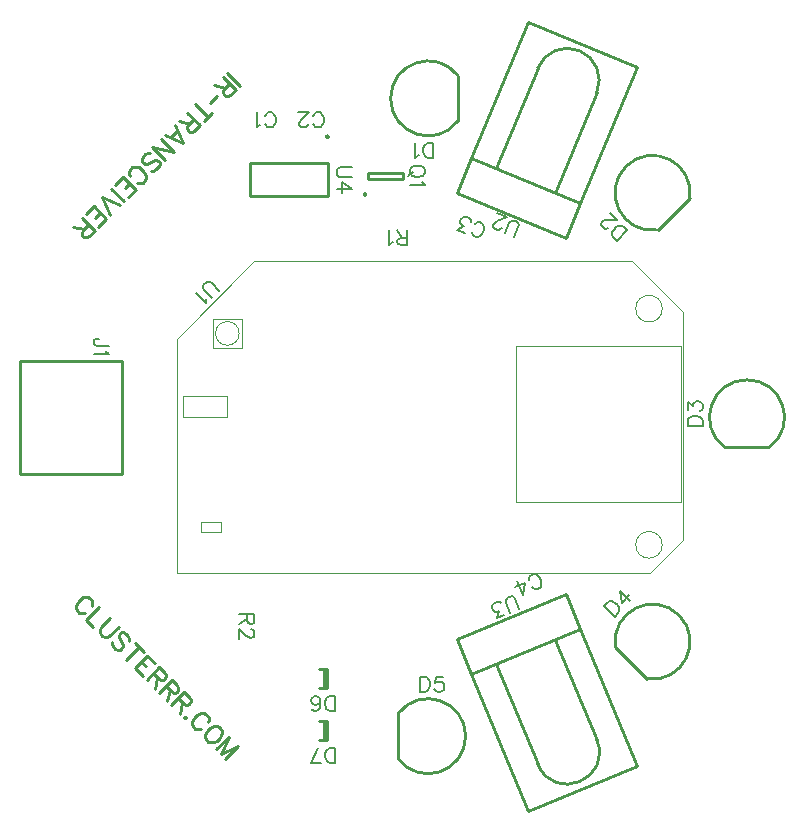
<source format=gbr>
G04 DipTrace 4.2.0.1*
G04 TopSilk.gbr*
%MOIN*%
G04 #@! TF.FileFunction,Legend,Top*
G04 #@! TF.Part,Single*
%ADD10C,0.009843*%
%ADD31C,0.003937*%
%ADD73C,0.00772*%
%ADD74C,0.009264*%
%FSLAX26Y26*%
G04*
G70*
G90*
G75*
G01*
G04 TopSilk*
%LPD*%
X1854953Y2881633D2*
D10*
Y2731756D1*
X1854728Y2881932D2*
G03X1854728Y2731457I-99796J-75238D01*
G01*
X2626686Y2474017D2*
X2520707Y2368039D1*
X2626739Y2474388D2*
G03X2520337Y2367986I-123767J17365D01*
G01*
X2892890Y1643709D2*
X2743013D1*
X2893189Y1643933D2*
G03X2742714Y1643933I-75238J99796D01*
G01*
X2485275Y871976D2*
X2379296Y977954D1*
X2485645Y871923D2*
G03X2379243Y978325I17365J123767D01*
G01*
X1654966Y605772D2*
Y755648D1*
X1655190Y605472D2*
G03X1655190Y755948I99796J75238D01*
G01*
X1416345Y842159D2*
X1392786D1*
X1416345Y905088D2*
X1392786D1*
X1408930D2*
Y842159D1*
X1416379Y905088D2*
Y842159D1*
X1416345Y668930D2*
X1392786D1*
X1416345Y731860D2*
X1392786D1*
X1408930D2*
Y668930D1*
X1416379Y731860D2*
Y668930D1*
X734734Y1932678D2*
X396151D1*
Y1554726D1*
X734734D1*
Y1932678D1*
G36*
X1552678Y2486858D2*
X1552613Y2485853D1*
X1552416Y2484865D1*
X1552092Y2483911D1*
X1551647Y2483007D1*
X1551087Y2482170D1*
X1550423Y2481412D1*
X1549665Y2480748D1*
X1548827Y2480188D1*
X1547924Y2479742D1*
X1546970Y2479419D1*
X1545982Y2479222D1*
X1544976Y2479156D1*
X1543971Y2479222D1*
X1542983Y2479419D1*
X1542029Y2479742D1*
X1541125Y2480188D1*
X1540288Y2480748D1*
X1539530Y2481412D1*
X1538866Y2482170D1*
X1538306Y2483007D1*
X1537861Y2483911D1*
X1537537Y2484865D1*
X1537340Y2485853D1*
X1537274Y2486858D1*
Y2486877D1*
X1537340Y2487882D1*
X1537537Y2488870D1*
X1537861Y2489824D1*
X1538306Y2490728D1*
X1538866Y2491565D1*
X1539530Y2492323D1*
X1540288Y2492987D1*
X1541125Y2493547D1*
X1542029Y2493992D1*
X1542983Y2494316D1*
X1543971Y2494513D1*
X1544976Y2494579D1*
X1545982Y2494513D1*
X1546970Y2494316D1*
X1547924Y2493992D1*
X1548827Y2493547D1*
X1549665Y2492987D1*
X1550423Y2492323D1*
X1551087Y2491565D1*
X1551647Y2490728D1*
X1552092Y2489824D1*
X1552416Y2488870D1*
X1552613Y2487882D1*
X1552678Y2486877D1*
Y2486858D1*
G37*
X1554177Y2537009D2*
D10*
X1672282D1*
Y2556694D1*
X1554177D1*
Y2537009D1*
X2436062Y2263387D2*
D31*
X1176219D1*
X2436062D2*
X2605353Y2094096D1*
X1176219Y2263387D2*
X916377Y2003545D1*
Y1224017D1*
X2495117D1*
X2605353Y1334253D1*
Y2094096D1*
X2446888Y2105907D2*
G02X2446888Y2105907I44291J0D01*
G01*
X1036455Y2072442D2*
Y1974017D1*
X1134881D1*
Y2072442D1*
X1036455D1*
X1046298Y2023230D2*
G02X1046298Y2023230I39370J0D01*
G01*
X997085Y1394293D2*
Y1360828D1*
X1064014D1*
Y1394293D1*
X997085D1*
X938030Y1813584D2*
Y1744686D1*
X1083699D1*
Y1813584D1*
X938030D1*
X2046298Y1979923D2*
Y1460238D1*
X2597479D1*
Y1979923D1*
X2046298D1*
X2446888Y1318505D2*
G02X2446888Y1318505I44291J0D01*
G01*
X2086822Y3062981D2*
D10*
X1898500Y2608313D1*
X2262234Y2457655D1*
X2450556Y2912323D1*
X2086822Y3062981D1*
X2317248Y2826914D2*
G03X2120696Y2908326I-98276J40706D01*
G01*
X1982158Y2573662D1*
X2317248Y2826914D2*
X2178575Y2492307D1*
X1898500Y2608313D2*
X1850289Y2491918D1*
X2214023Y2341261D1*
X2262234Y2457655D1*
X1898500Y2608313D1*
X2450561Y582963D2*
X2262228Y1037627D1*
X1898498Y886961D1*
X2086830Y432297D1*
X2450561Y582963D1*
X2120700Y586953D2*
G03X2317251Y668369I98275J40708D01*
G01*
X2178570Y1002973D1*
X2120700Y586953D2*
X1982156Y921614D1*
X2262228Y1037627D2*
X2214015Y1154020D1*
X1850285Y1003355D1*
X1898498Y886961D1*
X2262228Y1037627D1*
G36*
X1411571Y2679421D2*
X1411637Y2680427D1*
X1411833Y2681415D1*
X1412157Y2682369D1*
X1412603Y2683272D1*
X1413162Y2684110D1*
X1413827Y2684867D1*
X1414584Y2685532D1*
X1415422Y2686091D1*
X1416326Y2686537D1*
X1417280Y2686861D1*
X1418268Y2687057D1*
X1419273Y2687123D1*
X1420278Y2687057D1*
X1421266Y2686861D1*
X1422220Y2686537D1*
X1423124Y2686091D1*
X1423962Y2685532D1*
X1424719Y2684867D1*
X1425383Y2684110D1*
X1425943Y2683272D1*
X1426389Y2682369D1*
X1426713Y2681415D1*
X1426909Y2680427D1*
X1426975Y2679421D1*
Y2679395D1*
X1426909Y2678390D1*
X1426713Y2677402D1*
X1426389Y2676448D1*
X1425943Y2675544D1*
X1425383Y2674706D1*
X1424719Y2673949D1*
X1423962Y2673285D1*
X1423124Y2672725D1*
X1422220Y2672279D1*
X1421266Y2671955D1*
X1420278Y2671759D1*
X1419273Y2671693D1*
X1418268Y2671759D1*
X1417280Y2671955D1*
X1416326Y2672279D1*
X1415422Y2672725D1*
X1414584Y2673285D1*
X1413827Y2673949D1*
X1413162Y2674706D1*
X1412603Y2675544D1*
X1412157Y2676448D1*
X1411833Y2677402D1*
X1411637Y2678390D1*
X1411571Y2679395D1*
Y2679421D1*
G37*
X1420312Y2590159D2*
D10*
X1160482D1*
X1420312Y2479923D2*
X1160482D1*
Y2590159D2*
Y2479923D1*
X1420312Y2590159D2*
Y2479923D1*
X1127058Y2849305D2*
D74*
X1084428Y2891935D1*
X1093651Y2856511D2*
X1075407Y2838268D1*
X1071374Y2830108D1*
X1071327Y2826028D1*
X1073344Y2819978D1*
X1077424Y2815898D1*
X1083474Y2813881D1*
X1087601D1*
X1095714Y2817961D1*
X1113957Y2836204D1*
X1071327Y2878834D1*
X1079441Y2842301D2*
X1042907Y2850414D1*
X1051098Y2816022D2*
X1027649Y2792573D1*
X1021677Y2743924D2*
X979047Y2786554D1*
X1035887Y2758134D2*
X1007467Y2729714D1*
X974060Y2736920D2*
X955817Y2718677D1*
X951783Y2710517D1*
X951736Y2706437D1*
X953753Y2700387D1*
X957833Y2696307D1*
X963883Y2694290D1*
X968010D1*
X976123Y2698370D1*
X994367Y2716614D1*
X951736Y2759244D1*
X959850Y2722710D2*
X923316Y2730824D1*
X877716Y2685223D2*
X936619Y2658866D1*
X910216Y2717723D1*
X918329Y2697416D2*
X898022Y2677109D1*
X878825Y2601072D2*
X836195Y2643702D1*
X907245Y2629492D1*
X864615Y2672122D1*
X831208Y2565648D2*
X839321Y2565601D1*
X847434Y2569681D1*
X855548Y2577795D1*
X859628Y2585908D1*
Y2594068D1*
X855594Y2598101D1*
X849451Y2600118D1*
X845418D1*
X839368Y2598101D1*
X823094Y2589988D1*
X816998Y2587925D1*
X812918Y2587971D1*
X806868Y2589988D1*
X800771Y2596085D1*
Y2604151D1*
X804804Y2612311D1*
X812918Y2620425D1*
X821078Y2624458D1*
X829191Y2624505D1*
X783637Y2526144D2*
X789687Y2524127D1*
X797847D1*
X803897Y2526144D1*
X812010Y2534257D1*
X814074Y2540354D1*
X814027Y2548467D1*
X812057Y2554564D1*
X807977Y2562677D1*
X797800Y2572854D1*
X789734Y2576887D1*
X783590Y2578904D1*
X775524D1*
X769380Y2576887D1*
X761267Y2568774D1*
X759297Y2562677D1*
X759250Y2554564D1*
X761314Y2548467D1*
X754310Y2476557D2*
X780666Y2502913D1*
X738036Y2545544D1*
X711680Y2519187D1*
X760360Y2523220D2*
X744133Y2506994D1*
X741209Y2463456D2*
X698579Y2506086D1*
X728109Y2450356D2*
X669252Y2476759D1*
X695655Y2417902D1*
X656198Y2378445D2*
X682555Y2404802D1*
X639925Y2447432D1*
X613568Y2421075D1*
X662248Y2425109D2*
X646021Y2408882D1*
X622791Y2385651D2*
X604548Y2367408D1*
X600514Y2359248D1*
X600468Y2355168D1*
X602484Y2349118D1*
X606564Y2345038D1*
X612614Y2343021D1*
X616741D1*
X624854Y2347101D1*
X643098Y2365345D1*
X600468Y2407975D1*
X608581Y2371441D2*
X572047Y2379555D1*
X634230Y1114604D2*
X636247Y1120654D1*
Y1128814D1*
X634230Y1134864D1*
X626117Y1142977D1*
X620020Y1145041D1*
X611907Y1144994D1*
X605810Y1143024D1*
X597697Y1138944D1*
X587520Y1128767D1*
X583487Y1120701D1*
X581470Y1114557D1*
Y1106491D1*
X583487Y1100347D1*
X591600Y1092234D1*
X597697Y1090264D1*
X605810Y1090217D1*
X611907Y1092281D1*
X657461Y1111634D2*
X614831Y1069004D1*
X639170Y1044664D1*
X694901Y1074193D2*
X664464Y1043756D1*
X660384Y1035643D1*
X660431Y1027530D1*
X664464Y1019370D1*
X668498Y1015336D1*
X676658Y1011303D1*
X684771Y1011256D1*
X692885Y1015336D1*
X723321Y1045773D1*
X758745Y998156D2*
X758792Y1006269D1*
X754712Y1014382D1*
X746599Y1022496D1*
X738485Y1026576D1*
X730325D1*
X726292Y1022542D1*
X724275Y1016399D1*
Y1012366D1*
X726292Y1006316D1*
X734405Y990042D1*
X736469Y983946D1*
X736422Y979865D1*
X734405Y973816D1*
X728309Y967719D1*
X720242D1*
X712082Y971752D1*
X703969Y979865D1*
X699935Y988026D1*
X699888Y996139D1*
X792153Y976942D2*
X749522Y934312D1*
X777942Y991152D2*
X806363Y962732D1*
X845820Y923274D2*
X819463Y949631D1*
X776833Y907001D1*
X803190Y880644D1*
X799156Y929324D2*
X815383Y913098D1*
X838614Y889867D2*
X856857Y871624D1*
X865017Y867591D1*
X869097Y867544D1*
X875147Y869560D1*
X879227Y873640D1*
X881244Y879690D1*
Y883817D1*
X877164Y891931D1*
X858920Y910174D1*
X816290Y867544D1*
X852824Y875657D2*
X844710Y839124D1*
X880134Y848346D2*
X898378Y830103D1*
X906538Y826070D1*
X910618Y826023D1*
X916668Y828040D1*
X920748Y832120D1*
X922764Y838170D1*
Y842297D1*
X918684Y850410D1*
X900441Y868653D1*
X857811Y826023D1*
X894344Y834136D2*
X886231Y797603D1*
X921655Y806826D2*
X939898Y788583D1*
X948058Y784549D1*
X952138Y784502D1*
X958188Y786519D1*
X962268Y790599D1*
X964285Y796649D1*
Y800776D1*
X960205Y808889D1*
X941962Y827132D1*
X899332Y784502D1*
X935865Y792616D2*
X927752Y756082D1*
X946949Y745045D2*
X942869Y744998D1*
Y740965D1*
X946949Y740918D1*
Y745045D1*
X1020970Y727865D2*
X1022986Y733914D1*
Y742075D1*
X1020970Y748124D1*
X1012857Y756238D1*
X1006760Y758301D1*
X998646Y758254D1*
X992550Y756285D1*
X984436Y752204D1*
X974260Y742028D1*
X970226Y733961D1*
X968210Y727818D1*
Y719751D1*
X970226Y713608D1*
X978340Y705494D1*
X984436Y703525D1*
X992550Y703478D1*
X998646Y705541D1*
X1056394Y712700D2*
X1050297Y714764D1*
X1042184Y714717D1*
X1036087Y712747D1*
X1027974Y708667D1*
X1017797Y698490D1*
X1013764Y690424D1*
X1011747Y684280D1*
Y676214D1*
X1013764Y670070D1*
X1021877Y661957D1*
X1027974Y659987D1*
X1036087Y659940D1*
X1042184Y662004D1*
X1050250Y666037D1*
X1060427Y676214D1*
X1064507Y684327D1*
X1066524Y690377D1*
Y698537D1*
X1064507Y704587D1*
X1056394Y712700D1*
X1079577Y604257D2*
X1122208Y646887D1*
X1063351Y620483D1*
X1089754Y679340D1*
X1047124Y636710D1*
X1211371Y2721787D2*
D73*
X1213747Y2717034D1*
X1218556Y2712226D1*
X1223309Y2709849D1*
X1232870D1*
X1237679Y2712226D1*
X1242432Y2717034D1*
X1244864Y2721787D1*
X1247241Y2728972D1*
Y2740966D1*
X1244864Y2748096D1*
X1242432Y2752904D1*
X1237679Y2757657D1*
X1232870Y2760089D1*
X1223309D1*
X1218556Y2757657D1*
X1213747Y2752904D1*
X1211371Y2748096D1*
X1195931Y2719466D2*
X1191123Y2717034D1*
X1183938Y2709904D1*
Y2760089D1*
X1371727Y2721787D2*
X1374103Y2717034D1*
X1378912Y2712226D1*
X1383665Y2709849D1*
X1393227D1*
X1398035Y2712226D1*
X1402788Y2717034D1*
X1405220Y2721787D1*
X1407597Y2728972D1*
Y2740966D1*
X1405220Y2748096D1*
X1402788Y2752904D1*
X1398035Y2757657D1*
X1393227Y2760089D1*
X1383665D1*
X1378912Y2757657D1*
X1374103Y2752904D1*
X1371727Y2748096D1*
X1353856Y2721843D2*
Y2719466D1*
X1351479Y2714658D1*
X1349103Y2712281D1*
X1344294Y2709904D1*
X1334733D1*
X1329979Y2712281D1*
X1327603Y2714658D1*
X1325171Y2719466D1*
Y2724219D1*
X1327603Y2729028D1*
X1332356Y2736157D1*
X1356288Y2760089D1*
X1322794D1*
X1900296Y2362667D2*
X1900672Y2357366D1*
X1903275Y2351084D1*
X1906757Y2347069D1*
X1915591Y2343410D1*
X1920943Y2343766D1*
X1927174Y2346390D1*
X1931240Y2349850D1*
X1936185Y2355579D1*
X1940774Y2366660D1*
X1941307Y2374156D1*
X1940900Y2379529D1*
X1938328Y2385740D1*
X1934816Y2389826D1*
X1925982Y2393485D1*
X1920660Y2393057D1*
X1914399Y2390506D1*
X1910363Y2386973D1*
X1877042Y2359437D2*
X1852787Y2369483D1*
X1873330Y2381673D1*
X1866692Y2384423D1*
X1863210Y2388437D1*
X1861924Y2391542D1*
X1862427Y2399111D1*
X1864246Y2403502D1*
X1869242Y2409210D1*
X1875473Y2411834D1*
X1883021Y2411280D1*
X1889659Y2408530D1*
X1895337Y2403606D1*
X1896602Y2400450D1*
X1897030Y2395128D1*
X2101840Y1177306D2*
X2105855Y1173824D1*
X2112137Y1171222D1*
X2117438Y1170845D1*
X2126272Y1174505D1*
X2129805Y1178540D1*
X2132356Y1184802D1*
X2132784Y1190124D1*
X2132230Y1197671D1*
X2127640Y1208752D1*
X2122716Y1214429D1*
X2118629Y1217941D1*
X2112419Y1220514D1*
X2107045Y1220920D1*
X2098212Y1217261D1*
X2094751Y1213195D1*
X2092128Y1206964D1*
X2091772Y1201612D1*
X2050808Y1197625D2*
X2070014Y1151261D1*
X2079327Y1191312D1*
X2046188Y1177585D1*
X1772916Y2608491D2*
Y2658731D1*
X1756169D1*
X1748984Y2656300D1*
X1744176Y2651546D1*
X1741799Y2646738D1*
X1739422Y2639608D1*
Y2627615D1*
X1741799Y2620430D1*
X1744176Y2615677D1*
X1748984Y2610868D1*
X1756169Y2608491D1*
X1772916D1*
X1723983Y2618108D2*
X1719175Y2615677D1*
X1711990Y2608547D1*
Y2658731D1*
X2383138Y2331285D2*
X2418663Y2366810D1*
X2406822Y2378652D1*
X2400022Y2382013D1*
X2393261Y2382052D1*
X2388180Y2380332D1*
X2381458Y2376971D1*
X2372977Y2368491D1*
X2369577Y2361729D1*
X2367897Y2356688D1*
Y2349888D1*
X2371297Y2343127D1*
X2383138Y2331285D1*
X2355299Y2376086D2*
X2353618Y2374405D1*
X2348538Y2372686D1*
X2345177D1*
X2340096Y2374405D1*
X2333335Y2381166D1*
X2331655Y2386208D1*
Y2389569D1*
X2333335Y2394689D1*
X2336696Y2398050D1*
X2341816Y2399730D1*
X2350218Y2401411D1*
X2384063D1*
X2360380Y2425094D1*
X2619749Y1714996D2*
X2669989D1*
Y1731742D1*
X2667557Y1738927D1*
X2662804Y1743736D1*
X2657995Y1746112D1*
X2650865Y1748489D1*
X2638872D1*
X2631687Y1746112D1*
X2626934Y1743736D1*
X2622125Y1738927D1*
X2619749Y1731742D1*
Y1714996D1*
X2619804Y1768737D2*
Y1794990D1*
X2638927Y1780675D1*
Y1787860D1*
X2641304Y1792613D1*
X2643680Y1794990D1*
X2650865Y1797422D1*
X2655619D1*
X2662804Y1794990D1*
X2667612Y1790237D1*
X2669989Y1783052D1*
Y1775867D1*
X2667612Y1768737D1*
X2665180Y1766360D1*
X2660427Y1763928D1*
X2341702Y1114683D2*
X2377227Y1079158D1*
X2389069Y1090999D1*
X2392430Y1097800D1*
X2392469Y1104561D1*
X2390749Y1109641D1*
X2387388Y1116363D1*
X2378907Y1124844D1*
X2372146Y1128244D1*
X2367105Y1129924D1*
X2360305D1*
X2353544Y1126524D1*
X2341702Y1114683D1*
X2428750Y1130681D2*
X2393264Y1166166D1*
X2399986Y1125600D1*
X2425350Y1150964D1*
X1726253Y878913D2*
Y828673D1*
X1743000D1*
X1750185Y831105D1*
X1754993Y835858D1*
X1757370Y840666D1*
X1759746Y847796D1*
Y859789D1*
X1757370Y866974D1*
X1754993Y871728D1*
X1750185Y876536D1*
X1743000Y878913D1*
X1726253D1*
X1803870Y878857D2*
X1779994D1*
X1777617Y857358D1*
X1779994Y859734D1*
X1787179Y862166D1*
X1794309D1*
X1801494Y859734D1*
X1806302Y854981D1*
X1808679Y847796D1*
Y843043D1*
X1806302Y835858D1*
X1801494Y831049D1*
X1794309Y828673D1*
X1787179D1*
X1779994Y831049D1*
X1777617Y833481D1*
X1775186Y838234D1*
X1444563Y764967D2*
Y815207D1*
X1427816D1*
X1420631Y812775D1*
X1415822Y808022D1*
X1413446Y803214D1*
X1411069Y796084D1*
Y784090D1*
X1413446Y776905D1*
X1415822Y772152D1*
X1420631Y767344D1*
X1427816Y764967D1*
X1444563D1*
X1366945Y772152D2*
X1369322Y767399D1*
X1376507Y765022D1*
X1381260D1*
X1388445Y767399D1*
X1393253Y774584D1*
X1395630Y786522D1*
Y798461D1*
X1393253Y808022D1*
X1388445Y812831D1*
X1381260Y815207D1*
X1378883D1*
X1371754Y812831D1*
X1366945Y808022D1*
X1364569Y800837D1*
Y798461D1*
X1366945Y791276D1*
X1371754Y786522D1*
X1378883Y784146D1*
X1381260D1*
X1388445Y786522D1*
X1393253Y791276D1*
X1395630Y798461D1*
X1445779Y591739D2*
Y641979D1*
X1429032D1*
X1421847Y639547D1*
X1417038Y634794D1*
X1414662Y629985D1*
X1412285Y622856D1*
Y610862D1*
X1414662Y603677D1*
X1417038Y598924D1*
X1421847Y594115D1*
X1429032Y591739D1*
X1445779D1*
X1387284Y641979D2*
X1363353Y591794D1*
X1396846D1*
X689846Y1981673D2*
X651600D1*
X644415Y1984050D1*
X642038Y1986482D1*
X639606Y1991235D1*
Y1996043D1*
X642038Y2000796D1*
X644415Y2003173D1*
X651600Y2005605D1*
X656353D1*
X680230Y1966234D2*
X682661Y1961425D1*
X689791Y1954240D1*
X639606D1*
X1744356Y2568411D2*
X1742034Y2573164D1*
X1737226Y2577972D1*
X1732417Y2580349D1*
X1725232Y2582781D1*
X1713294D1*
X1706109Y2580349D1*
X1701356Y2577972D1*
X1696547Y2573164D1*
X1694171Y2568411D1*
Y2558849D1*
X1696547Y2554040D1*
X1701356Y2549287D1*
X1706109Y2546911D1*
X1713294Y2544479D1*
X1725232D1*
X1732417Y2546911D1*
X1737226Y2549287D1*
X1742034Y2554040D1*
X1744356Y2558849D1*
Y2568411D1*
X1703733Y2561226D2*
X1689362Y2546911D1*
X1734739Y2529040D2*
X1737171Y2524231D1*
X1744300Y2517046D1*
X1694116D1*
X1685771Y2342049D2*
X1664272D1*
X1657087Y2339617D1*
X1654655Y2337240D1*
X1652278Y2332487D1*
Y2327678D1*
X1654655Y2322925D1*
X1657087Y2320493D1*
X1664272Y2318117D1*
X1685771D1*
Y2368357D1*
X1669025Y2342049D2*
X1652278Y2368357D1*
X1636839Y2327734D2*
X1632030Y2325302D1*
X1624845Y2318172D1*
Y2368357D1*
X1151929Y1088065D2*
Y1066565D1*
X1154361Y1059380D1*
X1156738Y1056948D1*
X1161491Y1054571D1*
X1166299D1*
X1171052Y1056948D1*
X1173484Y1059380D1*
X1175861Y1066565D1*
Y1088065D1*
X1125621D1*
X1151929Y1071318D2*
X1125621Y1054571D1*
X1163867Y1036700D2*
X1166244D1*
X1171052Y1034324D1*
X1173429Y1031947D1*
X1175806Y1027139D1*
Y1017577D1*
X1173429Y1012824D1*
X1171052Y1010447D1*
X1166244Y1008015D1*
X1161491D1*
X1156682Y1010447D1*
X1149553Y1015200D1*
X1125621Y1039132D1*
Y1005639D1*
X1058591Y2166222D2*
X1033228Y2191586D1*
X1026466Y2194986D1*
X1019705Y2194947D1*
X1012905Y2191586D1*
X1009544Y2188225D1*
X1006183Y2181425D1*
X1006144Y2174664D1*
X1009544Y2167903D1*
X1034908Y2142539D1*
X1017191Y2138422D2*
X1015510Y2133302D1*
X1015471Y2123180D1*
X979985Y2158666D1*
X2042525Y2345177D2*
X2056251Y2378316D1*
X2056805Y2385864D1*
X2054182Y2392096D1*
X2048474Y2397092D1*
X2044083Y2398911D1*
X2036514Y2399413D1*
X2030253Y2396862D1*
X2025308Y2391133D1*
X2011581Y2357994D1*
X1999660Y2375913D2*
X1998750Y2373717D1*
X1994715Y2370184D1*
X1991610Y2368898D1*
X1986258Y2368542D1*
X1977424Y2372201D1*
X1973942Y2376216D1*
X1972656Y2379321D1*
X1972249Y2384694D1*
X1974068Y2389086D1*
X1978155Y2392597D1*
X1985274Y2397366D1*
X2016542Y2410318D1*
X1985598Y2423135D1*
X2059202Y1105359D2*
X2045475Y1138499D1*
X2040530Y1144227D1*
X2034268Y1146778D1*
X2026699Y1146275D1*
X2022308Y1144456D1*
X2016601Y1139460D1*
X2013977Y1133229D1*
X2014531Y1125681D1*
X2028258Y1092542D1*
X2009531Y1084844D2*
X1985276Y1074797D1*
X1991183Y1097943D1*
X1984545Y1095193D1*
X1979244Y1095570D1*
X1976139Y1096856D1*
X1971143Y1102564D1*
X1969324Y1106955D1*
X1968821Y1114524D1*
X1971372Y1120785D1*
X1977100Y1125730D1*
X1983739Y1128480D1*
X1991235Y1129013D1*
X1994361Y1127676D1*
X1998427Y1124215D1*
X1500198Y2577442D2*
X1464328D1*
X1457143Y2575065D1*
X1452390Y2570257D1*
X1449958Y2563072D1*
Y2558319D1*
X1452390Y2551134D1*
X1457143Y2546325D1*
X1464328Y2543949D1*
X1500198D1*
X1449958Y2504578D2*
X1500143D1*
X1466705Y2528509D1*
Y2492639D1*
M02*

</source>
